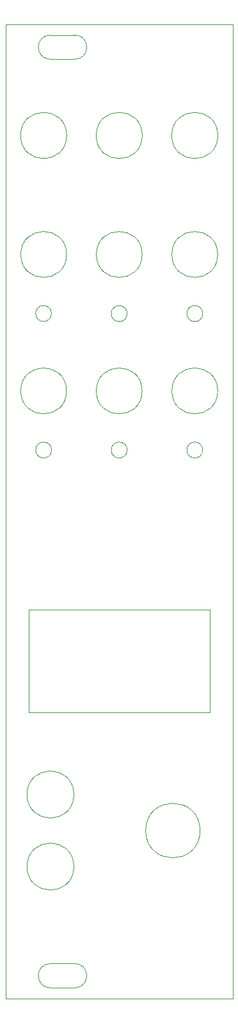
<source format=gbr>
%TF.GenerationSoftware,KiCad,Pcbnew,6.0.11-2627ca5db0~126~ubuntu22.04.1*%
%TF.CreationDate,2023-07-26T01:24:14+03:00*%
%TF.ProjectId,panel,70616e65-6c2e-46b6-9963-61645f706362,rev?*%
%TF.SameCoordinates,Original*%
%TF.FileFunction,Profile,NP*%
%FSLAX46Y46*%
G04 Gerber Fmt 4.6, Leading zero omitted, Abs format (unit mm)*
G04 Created by KiCad (PCBNEW 6.0.11-2627ca5db0~126~ubuntu22.04.1) date 2023-07-26 01:24:14*
%MOMM*%
%LPD*%
G01*
G04 APERTURE LIST*
%TA.AperFunction,Profile*%
%ADD10C,0.050000*%
%TD*%
%TA.AperFunction,Profile*%
%ADD11C,0.100000*%
%TD*%
G04 APERTURE END LIST*
D10*
X69100000Y-158850000D02*
G75*
G03*
X69100000Y-155650000I0J1600000D01*
G01*
X65900000Y-33150000D02*
X69100000Y-33150000D01*
X76050000Y-87900000D02*
G75*
G03*
X76050000Y-87900000I-1050000J0D01*
G01*
D11*
X63000000Y-109000000D02*
X87000000Y-109000000D01*
X87000000Y-109000000D02*
X87000000Y-122500000D01*
X87000000Y-122500000D02*
X63000000Y-122500000D01*
X63000000Y-122500000D02*
X63000000Y-109000000D01*
D10*
X69100000Y-36350000D02*
X65900000Y-36350000D01*
X86050000Y-69900000D02*
G75*
G03*
X86050000Y-69900000I-1050000J0D01*
G01*
X78050000Y-46400000D02*
G75*
G03*
X78050000Y-46400000I-3050000J0D01*
G01*
X68030000Y-80100000D02*
G75*
G03*
X68030000Y-80100000I-3030000J0D01*
G01*
X69000000Y-142850000D02*
G75*
G03*
X69000000Y-142850000I-3100000J0D01*
G01*
X88050000Y-46400000D02*
G75*
G03*
X88050000Y-46400000I-3050000J0D01*
G01*
X86050000Y-87900000D02*
G75*
G03*
X86050000Y-87900000I-1050000J0D01*
G01*
X69100000Y-158850000D02*
X65900000Y-158850000D01*
X85700000Y-138100000D02*
G75*
G03*
X85700000Y-138100000I-3600000J0D01*
G01*
X69100000Y-36350000D02*
G75*
G03*
X69100000Y-33150000I0J1600000D01*
G01*
X78030000Y-62100000D02*
G75*
G03*
X78030000Y-62100000I-3030000J0D01*
G01*
X68050000Y-46400000D02*
G75*
G03*
X68050000Y-46400000I-3050000J0D01*
G01*
X65900000Y-33150000D02*
G75*
G03*
X65900000Y-36350000I0J-1600000D01*
G01*
X78030000Y-80100000D02*
G75*
G03*
X78030000Y-80100000I-3030000J0D01*
G01*
X65900000Y-155650000D02*
G75*
G03*
X65900000Y-158850000I0J-1600000D01*
G01*
X76050000Y-69910000D02*
G75*
G03*
X76050000Y-69910000I-1050000J0D01*
G01*
X66050000Y-87900000D02*
G75*
G03*
X66050000Y-87900000I-1050000J0D01*
G01*
X88030000Y-62100000D02*
G75*
G03*
X88030000Y-62100000I-3030000J0D01*
G01*
X68030000Y-62100000D02*
G75*
G03*
X68030000Y-62100000I-3030000J0D01*
G01*
X66040000Y-69890000D02*
G75*
G03*
X66040000Y-69890000I-1050000J0D01*
G01*
X60000000Y-31750000D02*
X90000000Y-31750000D01*
X90000000Y-31750000D02*
X90000000Y-160250000D01*
X90000000Y-160250000D02*
X60000000Y-160250000D01*
X60000000Y-160250000D02*
X60000000Y-31750000D01*
X69000000Y-133350000D02*
G75*
G03*
X69000000Y-133350000I-3100000J0D01*
G01*
X65900000Y-155650000D02*
X69100000Y-155650000D01*
X88030000Y-80100000D02*
G75*
G03*
X88030000Y-80100000I-3030000J0D01*
G01*
M02*

</source>
